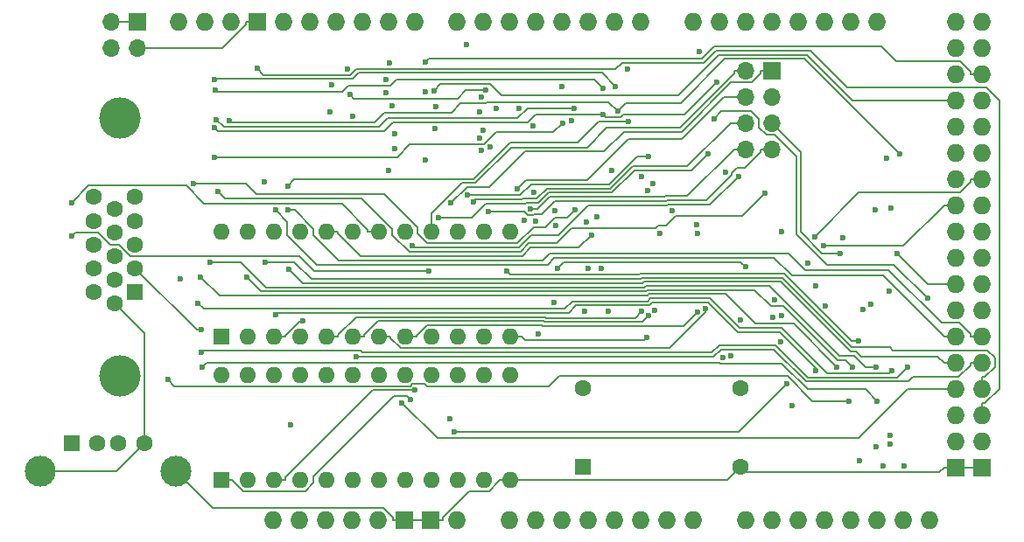
<source format=gbr>
%TF.GenerationSoftware,KiCad,Pcbnew,8.0.4+dfsg-1*%
%TF.CreationDate,2024-11-13T23:12:42-05:00*%
%TF.ProjectId,VGA_SRAM_Shield,5647415f-5352-4414-9d5f-536869656c64,rev?*%
%TF.SameCoordinates,Original*%
%TF.FileFunction,Copper,L3,Inr*%
%TF.FilePolarity,Positive*%
%FSLAX46Y46*%
G04 Gerber Fmt 4.6, Leading zero omitted, Abs format (unit mm)*
G04 Created by KiCad (PCBNEW 8.0.4+dfsg-1) date 2024-11-13 23:12:42*
%MOMM*%
%LPD*%
G01*
G04 APERTURE LIST*
%TA.AperFunction,ComponentPad*%
%ADD10R,1.700000X1.700000*%
%TD*%
%TA.AperFunction,ComponentPad*%
%ADD11O,1.700000X1.700000*%
%TD*%
%TA.AperFunction,ComponentPad*%
%ADD12R,1.600000X1.500000*%
%TD*%
%TA.AperFunction,ComponentPad*%
%ADD13C,1.600000*%
%TD*%
%TA.AperFunction,ComponentPad*%
%ADD14C,3.000000*%
%TD*%
%TA.AperFunction,ComponentPad*%
%ADD15C,4.000000*%
%TD*%
%TA.AperFunction,ComponentPad*%
%ADD16R,1.600000X1.600000*%
%TD*%
%TA.AperFunction,ComponentPad*%
%ADD17O,1.600000X1.600000*%
%TD*%
%TA.AperFunction,ComponentPad*%
%ADD18O,1.727200X1.727200*%
%TD*%
%TA.AperFunction,ComponentPad*%
%ADD19R,1.727200X1.727200*%
%TD*%
%TA.AperFunction,ViaPad*%
%ADD20C,0.600000*%
%TD*%
%TA.AperFunction,Conductor*%
%ADD21C,0.200000*%
%TD*%
G04 APERTURE END LIST*
D10*
%TO.N,PWR*%
%TO.C,J2*%
X41700000Y-133625000D03*
D11*
X39160000Y-133625000D03*
%TO.N,GND*%
X41700000Y-136165000D03*
X39160000Y-136165000D03*
%TD*%
D12*
%TO.N,PWR*%
%TO.C,J5*%
X35355000Y-174390000D03*
D13*
%TO.N,Net-(A1-D18{slash}TX1)*%
X37855000Y-174390000D03*
%TO.N,Net-(A1-D19{slash}RX1)*%
X39855000Y-174390000D03*
%TO.N,GND*%
X42355000Y-174390000D03*
D14*
X32285000Y-177100000D03*
X45425000Y-177100000D03*
%TD*%
D15*
%TO.N,N/C*%
%TO.C,J3*%
X40040000Y-142920000D03*
X40040000Y-167920000D03*
D16*
%TO.N,Net-(J3-Pad1)*%
X41460000Y-159735000D03*
D13*
%TO.N,Net-(J3-Pad2)*%
X41460000Y-157445000D03*
%TO.N,Net-(J3-Pad3)*%
X41460000Y-155155000D03*
%TO.N,unconnected-(J3-Pad4)*%
X41460000Y-152865000D03*
%TO.N,GND*%
X41460000Y-150575000D03*
X39480000Y-160880000D03*
X39480000Y-158590000D03*
X39480000Y-156300000D03*
%TO.N,unconnected-(J3-Pad9)*%
X39480000Y-154010000D03*
%TO.N,GND*%
X39480000Y-151720000D03*
%TO.N,unconnected-(J3-Pad11)*%
X37500000Y-159735000D03*
%TO.N,unconnected-(J3-Pad12)*%
X37500000Y-157445000D03*
%TO.N,Net-(J3-Pad13)*%
X37500000Y-155155000D03*
%TO.N,Net-(J3-Pad14)*%
X37500000Y-152865000D03*
%TO.N,unconnected-(J3-Pad15)*%
X37500000Y-150575000D03*
%TD*%
D16*
%TO.N,unconnected-(X1-NC-Pad1)*%
%TO.C,X1*%
X84836000Y-176657000D03*
D13*
%TO.N,GND*%
X100076000Y-176657000D03*
%TO.N,H_CLK*%
X100076000Y-169037000D03*
%TO.N,PWR*%
X84836000Y-169037000D03*
%TD*%
D16*
%TO.N,A0*%
%TO.C,U8*%
X49885600Y-164109400D03*
D17*
%TO.N,A1*%
X52425600Y-164109400D03*
%TO.N,A2*%
X54965600Y-164109400D03*
%TO.N,A3*%
X57505600Y-164109400D03*
%TO.N,A4*%
X60045600Y-164109400D03*
%TO.N,A5*%
X62585600Y-164109400D03*
%TO.N,A6*%
X65125600Y-164109400D03*
%TO.N,A7*%
X67665600Y-164109400D03*
%TO.N,A8*%
X70205600Y-164109400D03*
%TO.N,A9*%
X72745600Y-164109400D03*
%TO.N,unconnected-(U8-I11-Pad11)*%
X75285600Y-164109400D03*
%TO.N,GND*%
X77825600Y-164109400D03*
%TO.N,unconnected-(U8-I13-Pad13)*%
X77825600Y-153949400D03*
%TO.N,unconnected-(U8-IO14-Pad14)*%
X75285600Y-153949400D03*
%TO.N,unconnected-(U8-IO15-Pad15)*%
X72745600Y-153949400D03*
%TO.N,H_VISIBLE*%
X70205600Y-153949400D03*
%TO.N,unconnected-(U8-IO17-Pad17)*%
X67665600Y-153949400D03*
%TO.N,~{H_SYNC}*%
X65125600Y-153949400D03*
%TO.N,unconnected-(U8-IO19-Pad19)*%
X62585600Y-153949400D03*
%TO.N,Net-(U3-~{MR})*%
X60045600Y-153949400D03*
%TO.N,unconnected-(U8-IO21-Pad21)*%
X57505600Y-153949400D03*
%TO.N,unconnected-(U8-IO22-Pad22)*%
X54965600Y-153949400D03*
%TO.N,unconnected-(U8-IO23-Pad23)*%
X52425600Y-153949400D03*
%TO.N,PWR*%
X49885600Y-153949400D03*
%TD*%
D18*
%TO.N,*%
%TO.C,A1*%
X54864000Y-181864000D03*
%TO.N,unconnected-(A1-3.3V-Pad3V3)*%
X62484000Y-181864000D03*
%TO.N,unconnected-(A1-5V-Pad5V1)*%
X65024000Y-181864000D03*
%TO.N,unconnected-(A1-5V-Pad5V3)*%
X120904000Y-133604000D03*
%TO.N,unconnected-(A1-5V-Pad5V4)*%
X123444000Y-133604000D03*
%TO.N,unconnected-(A1-PadA0)*%
X77724000Y-181864000D03*
%TO.N,unconnected-(A1-PadA1)*%
X80264000Y-181864000D03*
%TO.N,unconnected-(A1-PadA2)*%
X82804000Y-181864000D03*
%TO.N,unconnected-(A1-PadA3)*%
X85344000Y-181864000D03*
%TO.N,unconnected-(A1-PadA4)*%
X87884000Y-181864000D03*
%TO.N,unconnected-(A1-PadA5)*%
X90424000Y-181864000D03*
%TO.N,unconnected-(A1-PadA6)*%
X92964000Y-181864000D03*
%TO.N,unconnected-(A1-PadA7)*%
X95504000Y-181864000D03*
%TO.N,/MCUMEMADDR12*%
X100584000Y-181864000D03*
%TO.N,/MCUMEMADDR13*%
X103124000Y-181864000D03*
%TO.N,/MCUMEMADDR14*%
X105664000Y-181864000D03*
%TO.N,/MCUMEMADDR15*%
X108204000Y-181864000D03*
%TO.N,unconnected-(A1-PadAREF)*%
X50800000Y-133604000D03*
%TO.N,unconnected-(A1-CANRX-PadCANR)*%
X115824000Y-181864000D03*
%TO.N,unconnected-(A1-CANTX-PadCANT)*%
X118364000Y-181864000D03*
%TO.N,unconnected-(A1-D0{slash}RX0-PadD0)*%
X90424000Y-133604000D03*
%TO.N,unconnected-(A1-D1{slash}TX0-PadD1)*%
X87884000Y-133604000D03*
%TO.N,/MCU OE*%
X85344000Y-133604000D03*
%TO.N,/MCU CE*%
X82804000Y-133604000D03*
%TO.N,/MCU WE*%
X80264000Y-133604000D03*
%TO.N,unconnected-(A1-PadD5)*%
X77724000Y-133604000D03*
%TO.N,/MCUMEMADDR19*%
X75184000Y-133604000D03*
%TO.N,/MCUMEMADDR18*%
X72644000Y-133604000D03*
%TO.N,/MCUMEMADDR17*%
X68580000Y-133604000D03*
%TO.N,/MCUMEMADDR16*%
X66040000Y-133604000D03*
%TO.N,unconnected-(A1-D10_CS0-PadD10)*%
X63500000Y-133604000D03*
%TO.N,unconnected-(A1-PadD11)*%
X60960000Y-133604000D03*
%TO.N,unconnected-(A1-PadD12)*%
X58420000Y-133604000D03*
%TO.N,unconnected-(A1-PadD13)*%
X55880000Y-133604000D03*
%TO.N,unconnected-(A1-D14{slash}TX3-PadD14)*%
X95504000Y-133604000D03*
%TO.N,unconnected-(A1-D15{slash}RX3-PadD15)*%
X98044000Y-133604000D03*
%TO.N,unconnected-(A1-D16{slash}TX2-PadD16)*%
X100584000Y-133604000D03*
%TO.N,unconnected-(A1-D17{slash}RX2-PadD17)*%
X103124000Y-133604000D03*
%TO.N,Net-(A1-D18{slash}TX1)*%
X105664000Y-133604000D03*
%TO.N,Net-(A1-D19{slash}RX1)*%
X108204000Y-133604000D03*
%TO.N,unconnected-(A1-D20{slash}SDA-PadD20)*%
X110744000Y-133604000D03*
%TO.N,unconnected-(A1-D21{slash}SCL-PadD21)*%
X113284000Y-133604000D03*
%TO.N,unconnected-(A1-PadD22)*%
X120904000Y-136144000D03*
%TO.N,unconnected-(A1-PadD23)*%
X123444000Y-136144000D03*
%TO.N,unconnected-(A1-PadD24)*%
X120904000Y-138684000D03*
%TO.N,/MCUMEMADDR8*%
X123444000Y-138684000D03*
%TO.N,/MCUMEMADDR9*%
X120904000Y-141224000D03*
%TO.N,/MCUMEMADDR10*%
X123444000Y-141224000D03*
%TO.N,/MCUMEMADDR11*%
X120904000Y-143764000D03*
%TO.N,unconnected-(A1-PadD29)*%
X123444000Y-143764000D03*
%TO.N,unconnected-(A1-PadD30)*%
X120904000Y-146304000D03*
%TO.N,unconnected-(A1-PadD31)*%
X123444000Y-146304000D03*
%TO.N,unconnected-(A1-PadD32)*%
X120904000Y-148844000D03*
%TO.N,DATA0*%
X123444000Y-148844000D03*
%TO.N,DATA1*%
X120904000Y-151384000D03*
%TO.N,DATA2*%
X123444000Y-151384000D03*
%TO.N,DATA3*%
X120904000Y-153924000D03*
%TO.N,DATA4*%
X123444000Y-153924000D03*
%TO.N,DATA5*%
X120904000Y-156464000D03*
%TO.N,DATA6*%
X123444000Y-156464000D03*
%TO.N,DATA7*%
X120904000Y-159004000D03*
%TO.N,unconnected-(A1-PadD41)*%
X123444000Y-159004000D03*
%TO.N,unconnected-(A1-PadD42)*%
X120904000Y-161544000D03*
%TO.N,unconnected-(A1-PadD43)*%
X123444000Y-161544000D03*
%TO.N,/MCUMEMADDR7*%
X120904000Y-164084000D03*
%TO.N,/MCUMEMADDR6*%
X123444000Y-164084000D03*
%TO.N,/MCUMEMADDR5*%
X120904000Y-166624000D03*
%TO.N,/MCUMEMADDR4*%
X123444000Y-166624000D03*
%TO.N,/MCUMEMADDR3*%
X120904000Y-169164000D03*
%TO.N,/MCUMEMADDR2*%
X123444000Y-169164000D03*
%TO.N,/MCUMEMADDR1*%
X120904000Y-171704000D03*
%TO.N,/MCUMEMADDR0*%
X123444000Y-171704000D03*
%TO.N,unconnected-(A1-D52_CS2-PadD52)*%
X120904000Y-174244000D03*
%TO.N,unconnected-(A1-PadD53)*%
X123444000Y-174244000D03*
%TO.N,unconnected-(A1-PadDAC0)*%
X110744000Y-181864000D03*
%TO.N,unconnected-(A1-PadDAC1)*%
X113284000Y-181864000D03*
D19*
%TO.N,GND*%
X53340000Y-133604000D03*
X67564000Y-181864000D03*
X70104000Y-181864000D03*
X120904000Y-176784000D03*
X123444000Y-176784000D03*
D18*
%TO.N,unconnected-(A1-IOREF-PadIORF)*%
X57404000Y-181864000D03*
%TO.N,unconnected-(A1-RESET-PadRST1)*%
X59944000Y-181864000D03*
%TO.N,unconnected-(A1-PadSCL1)*%
X45720000Y-133604000D03*
%TO.N,unconnected-(A1-PadSDA1)*%
X48260000Y-133604000D03*
%TO.N,PWR*%
X72644000Y-181864000D03*
%TD*%
D10*
%TO.N,~{H_SYNC}*%
%TO.C,J1*%
X103124000Y-138328400D03*
D11*
%TO.N,H_VISIBLE*%
X100584000Y-138328400D03*
%TO.N,~{SCREEN_VISIBLE}*%
X103124000Y-140868400D03*
%TO.N,~{V_RESET}*%
X100584000Y-140868400D03*
%TO.N,GND*%
X103124000Y-143408400D03*
%TO.N,~{V_SYNC}*%
X100584000Y-143408400D03*
%TO.N,V_FRONT_PORCH*%
X103124000Y-145948400D03*
%TO.N,~{V_VISIBLE}*%
X100584000Y-145948400D03*
%TD*%
D16*
%TO.N,Net-(U5-Q0)*%
%TO.C,U9*%
X49885600Y-177927000D03*
D17*
%TO.N,A10*%
X52425600Y-177927000D03*
%TO.N,A11*%
X54965600Y-177927000D03*
%TO.N,A12*%
X57505600Y-177927000D03*
%TO.N,A13*%
X60045600Y-177927000D03*
%TO.N,A14*%
X62585600Y-177927000D03*
%TO.N,A15*%
X65125600Y-177927000D03*
%TO.N,A16*%
X67665600Y-177927000D03*
%TO.N,A17*%
X70205600Y-177927000D03*
%TO.N,A18*%
X72745600Y-177927000D03*
%TO.N,H_VISIBLE*%
X75285600Y-177927000D03*
%TO.N,GND*%
X77825600Y-177927000D03*
%TO.N,unconnected-(U9-I13-Pad13)*%
X77825600Y-167767000D03*
%TO.N,~{V_VISIBLE}*%
X75285600Y-167767000D03*
%TO.N,V_FRONT_PORCH*%
X72745600Y-167767000D03*
%TO.N,~{V_SYNC}*%
X70205600Y-167767000D03*
%TO.N,unconnected-(U9-IO17-Pad17)*%
X67665600Y-167767000D03*
%TO.N,unconnected-(U9-IO18-Pad18)*%
X65125600Y-167767000D03*
%TO.N,unconnected-(U9-IO19-Pad19)*%
X62585600Y-167767000D03*
%TO.N,~{V_RESET}*%
X60045600Y-167767000D03*
%TO.N,~{SCREEN_VISIBLE}*%
X57505600Y-167767000D03*
%TO.N,unconnected-(U9-IO22-Pad22)*%
X54965600Y-167767000D03*
%TO.N,unconnected-(U9-IO23-Pad23)*%
X52425600Y-167767000D03*
%TO.N,PWR*%
X49885600Y-167767000D03*
%TD*%
D20*
%TO.N,Net-(U11-CE)*%
X66094300Y-137550000D03*
X114190200Y-146851100D03*
%TO.N,Net-(U1-~{WE})*%
X118152300Y-160385800D03*
X97487400Y-142967800D03*
%TO.N,/MCUMEMADDR5*%
X56367000Y-157520100D03*
%TO.N,/MCUMEMADDR13*%
X66583600Y-144475200D03*
%TO.N,DATA2*%
X114522200Y-173628000D03*
X114443500Y-159651700D03*
%TO.N,/MCUMEMADDR12*%
X62528400Y-142760300D03*
%TO.N,DATA1*%
X113882100Y-176632600D03*
X108111400Y-155301700D03*
%TO.N,DATA5*%
X113158600Y-174740500D03*
%TO.N,/MCUMEMADDR15*%
X69530500Y-146996000D03*
%TO.N,/MCUMEMADDR14*%
X66610200Y-145914700D03*
%TO.N,/MCUMEMADDR10*%
X69539000Y-140402200D03*
%TO.N,/MCUMEMADDR8*%
X69614000Y-137455900D03*
%TO.N,DATA3*%
X114513200Y-174513100D03*
%TO.N,DATA0*%
X115850900Y-176599600D03*
X107224100Y-154389200D03*
%TO.N,~{TIMING ADDR}*%
X62029700Y-138138000D03*
X89143500Y-138142500D03*
%TO.N,/MCUMEMADDR1*%
X60479900Y-139738500D03*
%TO.N,/MCUMEMADDR11*%
X70577000Y-141772900D03*
%TO.N,/MCUMEMADDR6*%
X56321400Y-151826400D03*
%TO.N,/MCUMEMADDR0*%
X53320600Y-138125200D03*
%TO.N,/MCUMEMADDR19*%
X66379800Y-141735900D03*
%TO.N,/MCUMEMADDR18*%
X65786300Y-140425400D03*
%TO.N,/MCUMEMADDR3*%
X67321500Y-170474000D03*
%TO.N,DATA7*%
X115215100Y-156039400D03*
%TO.N,DATA4*%
X111601500Y-176066800D03*
%TO.N,A17*%
X87253800Y-161659100D03*
%TO.N,A18*%
X60361700Y-142296200D03*
X91772000Y-161531600D03*
%TO.N,A16*%
X86602300Y-157486900D03*
%TO.N,Net-(U10-TC)*%
X93469100Y-151880800D03*
%TO.N,A14*%
X84972100Y-161661100D03*
X82105700Y-151893400D03*
%TO.N,A15*%
X85305500Y-157452100D03*
%TO.N,A13*%
X82050100Y-160781200D03*
X80104900Y-150083100D03*
%TO.N,Net-(U6-TC)*%
X82334700Y-157452100D03*
X100547600Y-157317000D03*
%TO.N,A12*%
X86146200Y-152485700D03*
X87647000Y-147999100D03*
%TO.N,A11*%
X68577300Y-169271600D03*
X79969800Y-143706600D03*
%TO.N,A10*%
X82822200Y-139844400D03*
%TO.N,Net-(U5-Q0)*%
X68122600Y-170216100D03*
%TO.N,A9*%
X79104400Y-152812500D03*
%TO.N,Net-(U4-TC)*%
X85173400Y-153005500D03*
%TO.N,A7*%
X95897900Y-161673300D03*
X91553300Y-149273500D03*
%TO.N,A5*%
X91178700Y-162074500D03*
X95833900Y-153253000D03*
X90505600Y-148614600D03*
%TO.N,A4*%
X95896600Y-154053200D03*
X98647500Y-148163200D03*
X90457500Y-161661100D03*
%TO.N,A6*%
X96698100Y-161373800D03*
X91079500Y-149931300D03*
%TO.N,H_CLK*%
X92290000Y-154085700D03*
%TO.N,A3*%
X99847800Y-148552000D03*
X68267300Y-155237400D03*
%TO.N,A0*%
X89249500Y-143241500D03*
X56248300Y-149487400D03*
%TO.N,A2*%
X96910300Y-146426100D03*
X57753400Y-162595400D03*
X70822600Y-152562600D03*
%TO.N,A1*%
X91157000Y-146614100D03*
X73674300Y-150396900D03*
%TO.N,MEMADDR6*%
X49496800Y-150023800D03*
X102406100Y-150184000D03*
%TO.N,/MCUMEMADDR2*%
X54056600Y-156889800D03*
%TO.N,MEMADDR1*%
X114578900Y-151664800D03*
X86747700Y-140064100D03*
X49251900Y-140179900D03*
%TO.N,/MCUMEMADDR7*%
X55085200Y-151829200D03*
%TO.N,MEMADDR8*%
X104035000Y-153900500D03*
X75442700Y-140244500D03*
X62253000Y-140653800D03*
%TO.N,MEMADDR19*%
X112657400Y-160916900D03*
X83670600Y-143190400D03*
%TO.N,MEMADDR17*%
X107293200Y-159171700D03*
X74955300Y-140899600D03*
%TO.N,/MCUMEMADDR17*%
X65795500Y-139155400D03*
%TO.N,MEMADDR16*%
X108295100Y-161153600D03*
X78596200Y-141952600D03*
%TO.N,MEMADDR18*%
X111913800Y-161486800D03*
X76400700Y-141962500D03*
%TO.N,MEMADDR7*%
X84018000Y-151825300D03*
X47130000Y-149290000D03*
%TO.N,~{OE}*%
X109950600Y-154555700D03*
%TO.N,MEMADDR3*%
X86744600Y-142590300D03*
X97733400Y-139465200D03*
X49181700Y-143867400D03*
%TO.N,MEMADDR12*%
X103952200Y-164558600D03*
X74812600Y-144887300D03*
%TO.N,MEMADDR4*%
X88184900Y-142239700D03*
X50591700Y-143185400D03*
X115473900Y-146402900D03*
%TO.N,MEMADDR5*%
X82850200Y-143394400D03*
X49196500Y-146686800D03*
%TO.N,MEMADDR15*%
X111481900Y-164525700D03*
X77418200Y-157712900D03*
%TO.N,MEMADDR11*%
X103340800Y-160539500D03*
X70498200Y-143961500D03*
%TO.N,MEMADDR10*%
X103212300Y-162194000D03*
X75144000Y-144087100D03*
%TO.N,/MCUMEMADDR9*%
X70404000Y-140257900D03*
%TO.N,/MCUMEMADDR4*%
X62888300Y-166033100D03*
%TO.N,MEMADDR9*%
X104021600Y-162039200D03*
X74811000Y-142330400D03*
%TO.N,MEMADDR2*%
X83988400Y-141990100D03*
X49353700Y-143066700D03*
%TO.N,MEMADDR14*%
X98330500Y-166077800D03*
X74963400Y-146087600D03*
%TO.N,MEMADDR13*%
X99157000Y-165938400D03*
X75859800Y-145687500D03*
%TO.N,MEMADDR0*%
X113084100Y-151797100D03*
X87948000Y-139844400D03*
X49181000Y-139179600D03*
%TO.N,Net-(U2-B7)*%
X47860300Y-165646900D03*
X116263000Y-167007500D03*
%TO.N,Net-(U2-B6)*%
X47592500Y-160854100D03*
X114686000Y-167393000D03*
%TO.N,Net-(U2-B5)*%
X47971200Y-167065500D03*
X113258900Y-170320100D03*
%TO.N,Net-(U2-B4)*%
X48711500Y-156890300D03*
X113163700Y-167030600D03*
%TO.N,Net-(U2-B3)*%
X52316100Y-158348500D03*
X110862300Y-167036600D03*
%TO.N,Net-(U2-B2)*%
X44671400Y-168258200D03*
X110514100Y-170305400D03*
%TO.N,Net-(U2-B1)*%
X47843600Y-158308400D03*
X109361800Y-167017000D03*
%TO.N,Net-(U2-B0)*%
X55088500Y-161985400D03*
X107350200Y-167412700D03*
%TO.N,Net-(J3-Pad3)*%
X45853800Y-158484500D03*
%TO.N,Net-(J3-Pad2)*%
X47896000Y-163428200D03*
%TO.N,~{V_VISIBLE}*%
X79720500Y-151718500D03*
%TO.N,GND*%
X91027700Y-164128600D03*
X53953000Y-149128400D03*
X66011400Y-148029500D03*
X106574600Y-156966000D03*
X109671000Y-156001700D03*
X100051700Y-162464200D03*
X80273000Y-152863300D03*
%TO.N,~{SCREEN_VISIBLE}*%
X72402100Y-173304400D03*
X104511800Y-168646000D03*
%TO.N,~{V_RESET}*%
X80511600Y-163801900D03*
X78484800Y-149753700D03*
%TO.N,~{V_SYNC}*%
X35351100Y-154326200D03*
X69876300Y-157740100D03*
X74198900Y-151003900D03*
%TO.N,V_FRONT_PORCH*%
X75636700Y-152009900D03*
%TO.N,~{H_SYNC}*%
X35361400Y-151090400D03*
X72056000Y-151164000D03*
%TO.N,H_VISIBLE*%
X71919700Y-172002100D03*
%TO.N,Net-(U3-~{MR})*%
X85624300Y-154227100D03*
X56548500Y-172600400D03*
%TO.N,PWR*%
X82148900Y-153355900D03*
X96115400Y-136482500D03*
X73533000Y-135803200D03*
X105067700Y-170763000D03*
%TD*%
D21*
%TO.N,Net-(U1-~{WE})*%
X98197300Y-142257900D02*
X97487400Y-142967800D01*
X101089000Y-142257900D02*
X98197300Y-142257900D01*
X101854000Y-143022900D02*
X101089000Y-142257900D01*
X101854000Y-143826800D02*
X101854000Y-143022900D01*
X102585800Y-144558600D02*
X101854000Y-143826800D01*
X103369100Y-144558600D02*
X102585800Y-144558600D01*
X105473700Y-146663200D02*
X103369100Y-144558600D01*
X105473700Y-154154000D02*
X105473700Y-146663200D01*
X108443100Y-157123400D02*
X105473700Y-154154000D01*
X114889900Y-157123400D02*
X108443100Y-157123400D01*
X118152300Y-160385800D02*
X114889900Y-157123400D01*
%TO.N,/MCUMEMADDR5*%
X120904000Y-166624000D02*
X119740300Y-166624000D01*
X57752800Y-158905900D02*
X56367000Y-157520100D01*
X90574300Y-158905900D02*
X57752800Y-158905900D01*
X90707000Y-158773200D02*
X90574300Y-158905900D01*
X103916200Y-158773200D02*
X90707000Y-158773200D01*
X110703800Y-165560800D02*
X103916200Y-158773200D01*
X111269500Y-165560800D02*
X110703800Y-165560800D01*
X111722500Y-166013800D02*
X111269500Y-165560800D01*
X119130100Y-166013800D02*
X111722500Y-166013800D01*
X119740300Y-166624000D02*
X119130100Y-166013800D01*
%TO.N,DATA1*%
X115822600Y-155301700D02*
X119740300Y-151384000D01*
X108111400Y-155301700D02*
X115822600Y-155301700D01*
X120904000Y-151384000D02*
X119740300Y-151384000D01*
%TO.N,/MCUMEMADDR8*%
X123444000Y-138684000D02*
X122280300Y-138684000D01*
X122280300Y-138412800D02*
X122280300Y-138684000D01*
X121281500Y-137414000D02*
X122280300Y-138412800D01*
X115145800Y-137414000D02*
X121281500Y-137414000D01*
X113709600Y-135977800D02*
X115145800Y-137414000D01*
X97495800Y-135977800D02*
X113709600Y-135977800D01*
X96331400Y-137142200D02*
X97495800Y-135977800D01*
X69927700Y-137142200D02*
X96331400Y-137142200D01*
X69614000Y-137455900D02*
X69927700Y-137142200D01*
%TO.N,DATA0*%
X123444000Y-148844000D02*
X122280300Y-148844000D01*
X111499300Y-150114000D02*
X107224100Y-154389200D01*
X121281500Y-150114000D02*
X111499300Y-150114000D01*
X122280300Y-149115200D02*
X121281500Y-150114000D01*
X122280300Y-148844000D02*
X122280300Y-149115200D01*
%TO.N,/MCUMEMADDR6*%
X123444000Y-164084000D02*
X122280300Y-164084000D01*
X56960400Y-151826400D02*
X56321400Y-151826400D01*
X58775600Y-153641600D02*
X56960400Y-151826400D01*
X58775600Y-154263400D02*
X58775600Y-153641600D01*
X61215500Y-156703300D02*
X58775600Y-154263400D01*
X80940400Y-156703300D02*
X61215500Y-156703300D01*
X81596500Y-156047200D02*
X80940400Y-156703300D01*
X104724300Y-156047200D02*
X81596500Y-156047200D01*
X106307300Y-157630200D02*
X104724300Y-156047200D01*
X114379000Y-157630200D02*
X106307300Y-157630200D01*
X119503400Y-162754600D02*
X114379000Y-157630200D01*
X121241900Y-162754600D02*
X119503400Y-162754600D01*
X122280300Y-163793000D02*
X121241900Y-162754600D01*
X122280300Y-164084000D02*
X122280300Y-163793000D01*
%TO.N,/MCUMEMADDR0*%
X123444000Y-171704000D02*
X123444000Y-170540300D01*
X123715200Y-170540300D02*
X123444000Y-170540300D01*
X125074200Y-169181300D02*
X123715200Y-170540300D01*
X125074200Y-141186600D02*
X125074200Y-169181300D01*
X123841600Y-139954000D02*
X125074200Y-141186600D01*
X110382800Y-139954000D02*
X123841600Y-139954000D01*
X106806800Y-136378000D02*
X110382800Y-139954000D01*
X97661400Y-136378000D02*
X106806800Y-136378000D01*
X96497000Y-137542400D02*
X97661400Y-136378000D01*
X88583700Y-137542400D02*
X96497000Y-137542400D01*
X87976000Y-138150100D02*
X88583700Y-137542400D01*
X62868300Y-138150100D02*
X87976000Y-138150100D01*
X62280200Y-138738200D02*
X62868300Y-138150100D01*
X53933600Y-138738200D02*
X62280200Y-138738200D01*
X53320600Y-138125200D02*
X53933600Y-138738200D01*
%TO.N,/MCUMEMADDR3*%
X116259700Y-169164000D02*
X120904000Y-169164000D01*
X111492700Y-173931000D02*
X116259700Y-169164000D01*
X70778500Y-173931000D02*
X111492700Y-173931000D01*
X67321500Y-170474000D02*
X70778500Y-173931000D01*
%TO.N,DATA7*%
X118179700Y-159004000D02*
X120904000Y-159004000D01*
X115215100Y-156039400D02*
X118179700Y-159004000D01*
%TO.N,Net-(U6-TC)*%
X82934800Y-156852000D02*
X82334700Y-157452100D01*
X100082600Y-156852000D02*
X82934800Y-156852000D01*
X100547600Y-157317000D02*
X100082600Y-156852000D01*
%TO.N,A11*%
X56065700Y-177699000D02*
X56065700Y-177927000D01*
X64493100Y-169271600D02*
X56065700Y-177699000D01*
X68577300Y-169271600D02*
X64493100Y-169271600D01*
X54965600Y-177927000D02*
X56065700Y-177927000D01*
%TO.N,Net-(U5-Q0)*%
X49885600Y-177927000D02*
X50985700Y-177927000D01*
X50985700Y-178064500D02*
X50985700Y-177927000D01*
X51963700Y-179042500D02*
X50985700Y-178064500D01*
X57990500Y-179042500D02*
X51963700Y-179042500D01*
X58775600Y-178257400D02*
X57990500Y-179042500D01*
X58775600Y-177617800D02*
X58775600Y-178257400D01*
X66538000Y-169855400D02*
X58775600Y-177617800D01*
X67761900Y-169855400D02*
X66538000Y-169855400D01*
X68122600Y-170216100D02*
X67761900Y-169855400D01*
%TO.N,A7*%
X67665600Y-164109400D02*
X68765700Y-164109400D01*
X68765700Y-163971900D02*
X68765700Y-164109400D01*
X69753800Y-162983800D02*
X68765700Y-163971900D01*
X80833800Y-162983800D02*
X69753800Y-162983800D01*
X80911400Y-163061400D02*
X80833800Y-162983800D01*
X94509800Y-163061400D02*
X80911400Y-163061400D01*
X95897900Y-161673300D02*
X94509800Y-163061400D01*
%TO.N,A5*%
X62585600Y-164109400D02*
X63685700Y-164109400D01*
X63685700Y-163881400D02*
X63685700Y-164109400D01*
X64983400Y-162583700D02*
X63685700Y-163881400D01*
X80999500Y-162583700D02*
X64983400Y-162583700D01*
X81077100Y-162661300D02*
X80999500Y-162583700D01*
X90591900Y-162661300D02*
X81077100Y-162661300D01*
X91178700Y-162074500D02*
X90591900Y-162661300D01*
%TO.N,A4*%
X60045600Y-164109400D02*
X61145700Y-164109400D01*
X61145700Y-163881400D02*
X61145700Y-164109400D01*
X62843500Y-162183600D02*
X61145700Y-163881400D01*
X81165200Y-162183600D02*
X62843500Y-162183600D01*
X81242800Y-162261200D02*
X81165200Y-162183600D01*
X89857400Y-162261200D02*
X81242800Y-162261200D01*
X90457500Y-161661100D02*
X89857400Y-162261200D01*
%TO.N,A6*%
X65125600Y-164109400D02*
X66225700Y-164109400D01*
X96698100Y-161746800D02*
X96698100Y-161373800D01*
X93228500Y-165216400D02*
X96698100Y-161746800D01*
X67195200Y-165216400D02*
X93228500Y-165216400D01*
X66225700Y-164246900D02*
X67195200Y-165216400D01*
X66225700Y-164109400D02*
X66225700Y-164246900D01*
%TO.N,A3*%
X97119100Y-151280700D02*
X99847800Y-148552000D01*
X93084100Y-151280700D02*
X97119100Y-151280700D01*
X92970900Y-151393900D02*
X93084100Y-151280700D01*
X85298100Y-151393900D02*
X92970900Y-151393900D01*
X82429300Y-154262700D02*
X85298100Y-151393900D01*
X79829900Y-154262700D02*
X82429300Y-154262700D01*
X78633100Y-155459500D02*
X79829900Y-154262700D01*
X68489400Y-155459500D02*
X78633100Y-155459500D01*
X68267300Y-155237400D02*
X68489400Y-155459500D01*
%TO.N,A0*%
X86363700Y-143241500D02*
X89249500Y-143241500D01*
X84301900Y-145303300D02*
X86363700Y-143241500D01*
X77770900Y-145303300D02*
X84301900Y-145303300D01*
X74252800Y-148821400D02*
X77770900Y-145303300D01*
X56914300Y-148821400D02*
X74252800Y-148821400D01*
X56248300Y-149487400D02*
X56914300Y-148821400D01*
%TO.N,A2*%
X57442200Y-162595400D02*
X57753400Y-162595400D01*
X56065700Y-163971900D02*
X57442200Y-162595400D01*
X56065700Y-164109400D02*
X56065700Y-163971900D01*
X54965600Y-164109400D02*
X56065700Y-164109400D01*
X74020500Y-152562600D02*
X70822600Y-152562600D01*
X75386000Y-151197100D02*
X74020500Y-152562600D01*
X79244900Y-151197100D02*
X75386000Y-151197100D01*
X79323700Y-151118300D02*
X79244900Y-151197100D01*
X80484100Y-151118300D02*
X79323700Y-151118300D01*
X81471200Y-150131200D02*
X80484100Y-151118300D01*
X87636900Y-150131200D02*
X81471200Y-150131200D01*
X89772900Y-147995200D02*
X87636900Y-150131200D01*
X95341200Y-147995200D02*
X89772900Y-147995200D01*
X96910300Y-146426100D02*
X95341200Y-147995200D01*
%TO.N,A1*%
X78690500Y-150396900D02*
X73674300Y-150396900D01*
X79775800Y-149311600D02*
X78690500Y-150396900D01*
X87324900Y-149311600D02*
X79775800Y-149311600D01*
X90022400Y-146614100D02*
X87324900Y-149311600D01*
X91157000Y-146614100D02*
X90022400Y-146614100D01*
%TO.N,MEMADDR6*%
X50162700Y-150689700D02*
X49496800Y-150023800D01*
X63425500Y-150689700D02*
X50162700Y-150689700D01*
X66395600Y-153659800D02*
X63425500Y-150689700D01*
X66395600Y-154244600D02*
X66395600Y-153659800D01*
X68010600Y-155859600D02*
X66395600Y-154244600D01*
X78798900Y-155859600D02*
X68010600Y-155859600D01*
X79595600Y-155062900D02*
X78798900Y-155859600D01*
X82289600Y-155062900D02*
X79595600Y-155062900D01*
X83746800Y-153605700D02*
X82289600Y-155062900D01*
X91812800Y-153605700D02*
X83746800Y-153605700D01*
X92066300Y-153352200D02*
X91812800Y-153605700D01*
X92856300Y-153352200D02*
X92066300Y-153352200D01*
X93814400Y-152394100D02*
X92856300Y-153352200D01*
X100196000Y-152394100D02*
X93814400Y-152394100D01*
X102406100Y-150184000D02*
X100196000Y-152394100D01*
%TO.N,/MCUMEMADDR2*%
X123444000Y-169164000D02*
X123444000Y-168000300D01*
X56914200Y-156889800D02*
X54056600Y-156889800D01*
X58530200Y-158505800D02*
X56914200Y-156889800D01*
X90408600Y-158505800D02*
X58530200Y-158505800D01*
X90541300Y-158373100D02*
X90408600Y-158505800D01*
X104082000Y-158373100D02*
X90541300Y-158373100D01*
X110834800Y-165125900D02*
X104082000Y-158373100D01*
X114513400Y-165125900D02*
X110834800Y-165125900D01*
X114795800Y-165408300D02*
X114513400Y-165125900D01*
X123960800Y-165408300D02*
X114795800Y-165408300D01*
X124674000Y-166121500D02*
X123960800Y-165408300D01*
X124674000Y-167041500D02*
X124674000Y-166121500D01*
X123715200Y-168000300D02*
X124674000Y-167041500D01*
X123444000Y-168000300D02*
X123715200Y-168000300D01*
%TO.N,MEMADDR1*%
X85880900Y-139197300D02*
X86747700Y-140064100D01*
X66755100Y-139197300D02*
X85880900Y-139197300D01*
X66189000Y-139763400D02*
X66755100Y-139197300D01*
X62142400Y-139763400D02*
X66189000Y-139763400D01*
X61567200Y-140338600D02*
X62142400Y-139763400D01*
X49410600Y-140338600D02*
X61567200Y-140338600D01*
X49251900Y-140179900D02*
X49410600Y-140338600D01*
%TO.N,/MCUMEMADDR7*%
X56235600Y-152979600D02*
X55085200Y-151829200D01*
X56235600Y-154263400D02*
X56235600Y-152979600D01*
X59075700Y-157103500D02*
X56235600Y-154263400D01*
X81396900Y-157103500D02*
X59075700Y-157103500D01*
X82053000Y-156447400D02*
X81396900Y-157103500D01*
X103306200Y-156447400D02*
X82053000Y-156447400D01*
X105030500Y-158171700D02*
X103306200Y-156447400D01*
X113828000Y-158171700D02*
X105030500Y-158171700D01*
X119740300Y-164084000D02*
X113828000Y-158171700D01*
X120904000Y-164084000D02*
X119740300Y-164084000D01*
%TO.N,MEMADDR8*%
X73461300Y-140244500D02*
X75442700Y-140244500D01*
X72680200Y-141025600D02*
X73461300Y-140244500D01*
X62624800Y-141025600D02*
X72680200Y-141025600D01*
X62253000Y-140653800D02*
X62624800Y-141025600D01*
%TO.N,MEMADDR7*%
X83311400Y-152531900D02*
X84018000Y-151825300D01*
X82124200Y-152531900D02*
X83311400Y-152531900D01*
X81192600Y-153463500D02*
X82124200Y-152531900D01*
X80063200Y-153463500D02*
X81192600Y-153463500D01*
X78467400Y-155059300D02*
X80063200Y-153463500D01*
X69715600Y-155059300D02*
X78467400Y-155059300D01*
X68789000Y-154132700D02*
X69715600Y-155059300D01*
X68789000Y-153490300D02*
X68789000Y-154132700D01*
X65588200Y-150289500D02*
X68789000Y-153490300D01*
X53249400Y-150289500D02*
X65588200Y-150289500D01*
X52249900Y-149290000D02*
X53249400Y-150289500D01*
X47130000Y-149290000D02*
X52249900Y-149290000D01*
%TO.N,MEMADDR3*%
X86994100Y-142839800D02*
X86744600Y-142590300D01*
X88433500Y-142839800D02*
X86994100Y-142839800D01*
X88729100Y-142544200D02*
X88433500Y-142839800D01*
X94654400Y-142544200D02*
X88729100Y-142544200D01*
X97733400Y-139465200D02*
X94654400Y-142544200D01*
X49535400Y-144221100D02*
X49181700Y-143867400D01*
X65552100Y-144221100D02*
X49535400Y-144221100D01*
X66416000Y-143357200D02*
X65552100Y-144221100D01*
X79470500Y-143357200D02*
X66416000Y-143357200D01*
X80237400Y-142590300D02*
X79470500Y-143357200D01*
X86744600Y-142590300D02*
X80237400Y-142590300D01*
%TO.N,MEMADDR4*%
X50766800Y-143360500D02*
X50591700Y-143185400D01*
X64647100Y-143360500D02*
X50766800Y-143360500D01*
X65605000Y-142402600D02*
X64647100Y-143360500D01*
X72078800Y-142402600D02*
X65605000Y-142402600D01*
X72979100Y-141502300D02*
X72078800Y-142402600D01*
X75443100Y-141502300D02*
X72979100Y-141502300D01*
X75592900Y-141352500D02*
X75443100Y-141502300D01*
X87297700Y-141352500D02*
X75592900Y-141352500D01*
X88184900Y-142239700D02*
X87297700Y-141352500D01*
X106249300Y-137178300D02*
X115473900Y-146402900D01*
X98558600Y-137178300D02*
X106249300Y-137178300D01*
X94255400Y-141481500D02*
X98558600Y-137178300D01*
X88943100Y-141481500D02*
X94255400Y-141481500D01*
X88184900Y-142239700D02*
X88943100Y-141481500D01*
%TO.N,MEMADDR5*%
X81937900Y-144306700D02*
X82850200Y-143394400D01*
X76392100Y-144306700D02*
X81937900Y-144306700D01*
X75211300Y-145487500D02*
X76392100Y-144306700D01*
X68069100Y-145487500D02*
X75211300Y-145487500D01*
X66869800Y-146686800D02*
X68069100Y-145487500D01*
X49196500Y-146686800D02*
X66869800Y-146686800D01*
%TO.N,MEMADDR15*%
X77810900Y-158105600D02*
X77418200Y-157712900D01*
X90243000Y-158105600D02*
X77810900Y-158105600D01*
X90375600Y-157973000D02*
X90243000Y-158105600D01*
X104265900Y-157973000D02*
X90375600Y-157973000D01*
X110818600Y-164525700D02*
X104265900Y-157973000D01*
X111481900Y-164525700D02*
X110818600Y-164525700D01*
%TO.N,/MCUMEMADDR9*%
X110921600Y-141224000D02*
X120904000Y-141224000D01*
X106475700Y-136778100D02*
X110921600Y-141224000D01*
X97953100Y-136778100D02*
X106475700Y-136778100D01*
X94040100Y-140691100D02*
X97953100Y-136778100D01*
X76898400Y-140691100D02*
X94040100Y-140691100D01*
X75823600Y-139616300D02*
X76898400Y-140691100D01*
X71045600Y-139616300D02*
X75823600Y-139616300D01*
X70404000Y-140257900D02*
X71045600Y-139616300D01*
%TO.N,/MCUMEMADDR4*%
X123444000Y-166624000D02*
X122280300Y-166624000D01*
X122280300Y-166895200D02*
X122280300Y-166624000D01*
X121175300Y-168000200D02*
X122280300Y-166895200D01*
X116740400Y-168000200D02*
X121175300Y-168000200D01*
X116303700Y-168436900D02*
X116740400Y-168000200D01*
X106382900Y-168436900D02*
X116303700Y-168436900D01*
X103276300Y-165330300D02*
X106382900Y-168436900D01*
X98164900Y-165330300D02*
X103276300Y-165330300D01*
X97462100Y-166033100D02*
X98164900Y-165330300D01*
X62888300Y-166033100D02*
X97462100Y-166033100D01*
%TO.N,MEMADDR2*%
X50081800Y-143794800D02*
X49353700Y-143066700D01*
X65110000Y-143794800D02*
X50081800Y-143794800D01*
X65951900Y-142952900D02*
X65110000Y-143794800D01*
X78482000Y-142952900D02*
X65951900Y-142952900D01*
X79444800Y-141990100D02*
X78482000Y-142952900D01*
X83988400Y-141990100D02*
X79444800Y-141990100D01*
%TO.N,MEMADDR0*%
X86653800Y-138550200D02*
X87948000Y-139844400D01*
X63116600Y-138550200D02*
X86653800Y-138550200D01*
X62528500Y-139138300D02*
X63116600Y-138550200D01*
X49222300Y-139138300D02*
X62528500Y-139138300D01*
X49181000Y-139179600D02*
X49222300Y-139138300D01*
%TO.N,Net-(U2-B7)*%
X115233700Y-168036800D02*
X116263000Y-167007500D01*
X106581800Y-168036800D02*
X115233700Y-168036800D01*
X103450800Y-164905800D02*
X106581800Y-168036800D01*
X98023500Y-164905800D02*
X103450800Y-164905800D01*
X97296400Y-165632900D02*
X98023500Y-164905800D01*
X63511900Y-165632900D02*
X97296400Y-165632900D01*
X63301000Y-165422000D02*
X63511900Y-165632900D01*
X48085200Y-165422000D02*
X63301000Y-165422000D01*
X47860300Y-165646900D02*
X48085200Y-165422000D01*
%TO.N,Net-(U2-B6)*%
X48119800Y-161381400D02*
X47592500Y-160854100D01*
X83066300Y-161381400D02*
X48119800Y-161381400D01*
X83790800Y-160656900D02*
X83066300Y-161381400D01*
X91086500Y-160656900D02*
X83790800Y-160656900D01*
X91369800Y-160373600D02*
X91086500Y-160656900D01*
X97112300Y-160373600D02*
X91369800Y-160373600D01*
X99978200Y-163239500D02*
X97112300Y-160373600D01*
X104047500Y-163239500D02*
X99978200Y-163239500D01*
X108444700Y-167636700D02*
X104047500Y-163239500D01*
X114442300Y-167636700D02*
X108444700Y-167636700D01*
X114686000Y-167393000D02*
X114442300Y-167636700D01*
%TO.N,Net-(U2-B5)*%
X48375700Y-166661000D02*
X47971200Y-167065500D01*
X98065100Y-166661000D02*
X48375700Y-166661000D01*
X98082000Y-166677900D02*
X98065100Y-166661000D01*
X104058100Y-166677900D02*
X98082000Y-166677900D01*
X106568800Y-169188600D02*
X104058100Y-166677900D01*
X112127400Y-169188600D02*
X106568800Y-169188600D01*
X113258900Y-170320100D02*
X112127400Y-169188600D01*
%TO.N,Net-(U2-B4)*%
X51706600Y-156890300D02*
X48711500Y-156890300D01*
X54122300Y-159306000D02*
X51706600Y-156890300D01*
X90740000Y-159306000D02*
X54122300Y-159306000D01*
X90872700Y-159173300D02*
X90740000Y-159306000D01*
X102823500Y-159173300D02*
X90872700Y-159173300D01*
X109611100Y-165960900D02*
X102823500Y-159173300D01*
X111055700Y-165960900D02*
X109611100Y-165960900D01*
X112125300Y-167030500D02*
X111055700Y-165960900D01*
X113163700Y-167030500D02*
X112125300Y-167030500D01*
X113163700Y-167030600D02*
X113163700Y-167030500D01*
%TO.N,Net-(U2-B3)*%
X53673800Y-159706200D02*
X52316100Y-158348500D01*
X90905600Y-159706200D02*
X53673800Y-159706200D01*
X91038400Y-159573400D02*
X90905600Y-159706200D01*
X101424500Y-159573400D02*
X91038400Y-159573400D01*
X103003600Y-161152500D02*
X101424500Y-159573400D01*
X104217300Y-161152500D02*
X103003600Y-161152500D01*
X109425900Y-166361100D02*
X104217300Y-161152500D01*
X110186800Y-166361100D02*
X109425900Y-166361100D01*
X110862300Y-167036600D02*
X110186800Y-166361100D01*
%TO.N,Net-(U2-B2)*%
X45280400Y-168867200D02*
X44671400Y-168258200D01*
X68121300Y-168867200D02*
X45280400Y-168867200D01*
X68324600Y-168663900D02*
X68121300Y-168867200D01*
X69519200Y-168663900D02*
X68324600Y-168663900D01*
X69743200Y-168887900D02*
X69519200Y-168663900D01*
X81532900Y-168887900D02*
X69743200Y-168887900D01*
X82506700Y-167914100D02*
X81532900Y-168887900D01*
X104628600Y-167914100D02*
X82506700Y-167914100D01*
X107019900Y-170305400D02*
X104628600Y-167914100D01*
X110514100Y-170305400D02*
X107019900Y-170305400D01*
%TO.N,Net-(U2-B1)*%
X49664400Y-160129200D02*
X47843600Y-158308400D01*
X91048400Y-160129200D02*
X49664400Y-160129200D01*
X91204100Y-159973500D02*
X91048400Y-160129200D01*
X98625900Y-159973500D02*
X91204100Y-159973500D01*
X101491800Y-162839400D02*
X98625900Y-159973500D01*
X105184200Y-162839400D02*
X101491800Y-162839400D01*
X109361800Y-167017000D02*
X105184200Y-162839400D01*
%TO.N,Net-(U2-B0)*%
X55292400Y-161781500D02*
X55088500Y-161985400D01*
X83431800Y-161781500D02*
X55292400Y-161781500D01*
X84156300Y-161057000D02*
X83431800Y-161781500D01*
X91252200Y-161057000D02*
X84156300Y-161057000D01*
X91535500Y-160773700D02*
X91252200Y-161057000D01*
X96946600Y-160773700D02*
X91535500Y-160773700D01*
X99812500Y-163639600D02*
X96946600Y-160773700D01*
X103881800Y-163639600D02*
X99812500Y-163639600D01*
X107350200Y-167108000D02*
X103881800Y-163639600D01*
X107350200Y-167412700D02*
X107350200Y-167108000D01*
%TO.N,Net-(J3-Pad2)*%
X47443200Y-163428200D02*
X47896000Y-163428200D01*
X41460000Y-157445000D02*
X47443200Y-163428200D01*
%TO.N,~{V_VISIBLE}*%
X100584000Y-145948400D02*
X99433900Y-145948400D01*
X94901800Y-150480500D02*
X99433900Y-145948400D01*
X92752700Y-150480500D02*
X94901800Y-150480500D01*
X92701800Y-150531400D02*
X92752700Y-150480500D01*
X81636800Y-150531400D02*
X92701800Y-150531400D01*
X80449700Y-151718500D02*
X81636800Y-150531400D01*
X79720500Y-151718500D02*
X80449700Y-151718500D01*
%TO.N,GND*%
X123444000Y-176784000D02*
X120904000Y-176784000D01*
X53340000Y-133604000D02*
X52176300Y-133604000D01*
X52176300Y-133888000D02*
X52176300Y-133604000D01*
X49899300Y-136165000D02*
X52176300Y-133888000D01*
X41700000Y-136165000D02*
X49899300Y-136165000D01*
X70104000Y-181864000D02*
X71267700Y-181864000D01*
X71267700Y-181573000D02*
X71267700Y-181864000D01*
X73813600Y-179027100D02*
X71267700Y-181573000D01*
X75763000Y-179027100D02*
X73813600Y-179027100D01*
X76725500Y-178064600D02*
X75763000Y-179027100D01*
X76725500Y-177927000D02*
X76725500Y-178064600D01*
X77825600Y-177927000D02*
X76725500Y-177927000D01*
X77825600Y-164109400D02*
X78925700Y-164109400D01*
X39645000Y-177100000D02*
X42355000Y-174390000D01*
X32285000Y-177100000D02*
X39645000Y-177100000D01*
X42355000Y-163755000D02*
X39480000Y-160880000D01*
X42355000Y-174390000D02*
X42355000Y-163755000D01*
X98806000Y-177927000D02*
X77825600Y-177927000D01*
X100076000Y-176657000D02*
X98806000Y-177927000D01*
X120904000Y-176784000D02*
X119740300Y-176784000D01*
X90754300Y-164402000D02*
X91027700Y-164128600D01*
X79218300Y-164402000D02*
X90754300Y-164402000D01*
X78925700Y-164109400D02*
X79218300Y-164402000D01*
X119291600Y-177232700D02*
X119740300Y-176784000D01*
X100651700Y-177232700D02*
X119291600Y-177232700D01*
X100076000Y-176657000D02*
X100651700Y-177232700D01*
X70104000Y-181864000D02*
X67564000Y-181864000D01*
X49025300Y-180700300D02*
X45425000Y-177100000D01*
X65527600Y-180700300D02*
X49025300Y-180700300D01*
X66400300Y-181573000D02*
X65527600Y-180700300D01*
X66400300Y-181864000D02*
X66400300Y-181573000D01*
X67564000Y-181864000D02*
X66400300Y-181864000D01*
X107961300Y-156001700D02*
X109671000Y-156001700D01*
X105921800Y-153962200D02*
X107961300Y-156001700D01*
X105921800Y-146206200D02*
X105921800Y-153962200D01*
X103124000Y-143408400D02*
X105921800Y-146206200D01*
%TO.N,~{SCREEN_VISIBLE}*%
X99853400Y-173304400D02*
X104511800Y-168646000D01*
X72402100Y-173304400D02*
X99853400Y-173304400D01*
%TO.N,~{V_RESET}*%
X79327000Y-148911500D02*
X78484800Y-149753700D01*
X85230200Y-148911500D02*
X79327000Y-148911500D01*
X89207700Y-144934000D02*
X85230200Y-148911500D01*
X94402400Y-144934000D02*
X89207700Y-144934000D01*
X98468000Y-140868400D02*
X94402400Y-144934000D01*
X100584000Y-140868400D02*
X98468000Y-140868400D01*
%TO.N,~{V_SYNC}*%
X35667300Y-154010000D02*
X35351100Y-154326200D01*
X37924100Y-154010000D02*
X35667300Y-154010000D01*
X39069100Y-155155000D02*
X37924100Y-154010000D01*
X39904100Y-155155000D02*
X39069100Y-155155000D01*
X41038700Y-156289600D02*
X39904100Y-155155000D01*
X57399700Y-156289600D02*
X41038700Y-156289600D01*
X58850200Y-157740100D02*
X57399700Y-156289600D01*
X69876300Y-157740100D02*
X58850200Y-157740100D01*
X100584000Y-143408400D02*
X99433900Y-143408400D01*
X74405800Y-150797000D02*
X74198900Y-151003900D01*
X78856200Y-150797000D02*
X74405800Y-150797000D01*
X78935000Y-150718200D02*
X78856200Y-150797000D01*
X80318500Y-150718200D02*
X78935000Y-150718200D01*
X81305600Y-149731100D02*
X80318500Y-150718200D01*
X87471200Y-149731100D02*
X81305600Y-149731100D01*
X89607300Y-147595000D02*
X87471200Y-149731100D01*
X94892900Y-147595000D02*
X89607300Y-147595000D01*
X99079500Y-143408400D02*
X94892900Y-147595000D01*
X99433900Y-143408400D02*
X99079500Y-143408400D01*
%TO.N,V_FRONT_PORCH*%
X103124000Y-145948400D02*
X101973900Y-145948400D01*
X101973900Y-146235900D02*
X101973900Y-145948400D01*
X100458100Y-147751700D02*
X101973900Y-146235900D01*
X99705500Y-147751700D02*
X100458100Y-147751700D01*
X99247600Y-148209600D02*
X99705500Y-147751700D01*
X99247600Y-148411800D02*
X99247600Y-148209600D01*
X96778800Y-150880600D02*
X99247600Y-148411800D01*
X92918400Y-150880600D02*
X96778800Y-150880600D01*
X92867500Y-150931500D02*
X92918400Y-150880600D01*
X82098500Y-150931500D02*
X92867500Y-150931500D01*
X80806300Y-152223700D02*
X82098500Y-150931500D01*
X80064000Y-152223700D02*
X80806300Y-152223700D01*
X79969100Y-152318600D02*
X80064000Y-152223700D01*
X79472000Y-152318600D02*
X79969100Y-152318600D01*
X79163300Y-152009900D02*
X79472000Y-152318600D01*
X75636700Y-152009900D02*
X79163300Y-152009900D01*
%TO.N,~{H_SYNC}*%
X65125600Y-153949400D02*
X64025500Y-153949400D01*
X103124000Y-138328400D02*
X101973900Y-138328400D01*
X64025500Y-153721500D02*
X64025500Y-153949400D01*
X61511000Y-151207000D02*
X64025500Y-153721500D01*
X48180000Y-151207000D02*
X61511000Y-151207000D01*
X46416900Y-149443900D02*
X48180000Y-151207000D01*
X37007900Y-149443900D02*
X46416900Y-149443900D01*
X35361400Y-151090400D02*
X37007900Y-149443900D01*
X73598400Y-149621600D02*
X72056000Y-151164000D01*
X75744500Y-149621600D02*
X73598400Y-149621600D01*
X79214100Y-146152000D02*
X75744500Y-149621600D01*
X86858200Y-146152000D02*
X79214100Y-146152000D01*
X88768500Y-144241700D02*
X86858200Y-146152000D01*
X94376200Y-144241700D02*
X88768500Y-144241700D01*
X99139400Y-139478500D02*
X94376200Y-144241700D01*
X101111400Y-139478500D02*
X99139400Y-139478500D01*
X101973900Y-138616000D02*
X101111400Y-139478500D01*
X101973900Y-138328400D02*
X101973900Y-138616000D01*
%TO.N,H_VISIBLE*%
X100584000Y-138328400D02*
X99433900Y-138328400D01*
X70205600Y-153949400D02*
X70205600Y-152849300D01*
X99433900Y-138618100D02*
X99433900Y-138328400D01*
X94210400Y-143841600D02*
X99433900Y-138618100D01*
X87107800Y-143841600D02*
X94210400Y-143841600D01*
X85197600Y-145751800D02*
X87107800Y-143841600D01*
X77888200Y-145751800D02*
X85197600Y-145751800D01*
X74418500Y-149221500D02*
X77888200Y-145751800D01*
X73149900Y-149221500D02*
X74418500Y-149221500D01*
X70205600Y-152165800D02*
X73149900Y-149221500D01*
X70205600Y-152849300D02*
X70205600Y-152165800D01*
%TO.N,Net-(U3-~{MR})*%
X60045600Y-153949400D02*
X61145700Y-153949400D01*
X61145700Y-154086900D02*
X61145700Y-153949400D01*
X63318500Y-156259700D02*
X61145700Y-154086900D01*
X78964600Y-156259700D02*
X63318500Y-156259700D01*
X79761300Y-155463000D02*
X78964600Y-156259700D01*
X84388400Y-155463000D02*
X79761300Y-155463000D01*
X85624300Y-154227100D02*
X84388400Y-155463000D01*
%TO.N,PWR*%
X39160000Y-133625000D02*
X41700000Y-133625000D01*
%TD*%
M02*

</source>
